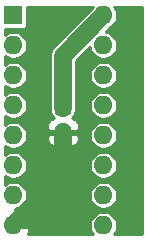
<source format=gbr>
G04 #@! TF.GenerationSoftware,KiCad,Pcbnew,(5.1.5)-3*
G04 #@! TF.CreationDate,2020-06-23T04:08:34-04:00*
G04 #@! TF.ProjectId,dip16soic,64697031-3673-46f6-9963-2e6b69636164,rev?*
G04 #@! TF.SameCoordinates,Original*
G04 #@! TF.FileFunction,Copper,L2,Bot*
G04 #@! TF.FilePolarity,Positive*
%FSLAX46Y46*%
G04 Gerber Fmt 4.6, Leading zero omitted, Abs format (unit mm)*
G04 Created by KiCad (PCBNEW (5.1.5)-3) date 2020-06-23 04:08:34*
%MOMM*%
%LPD*%
G04 APERTURE LIST*
%ADD10C,0.100000*%
%ADD11R,1.600000X1.600000*%
%ADD12O,1.600000X1.600000*%
%ADD13C,0.800000*%
%ADD14C,1.500000*%
%ADD15C,0.239000*%
G04 APERTURE END LIST*
G04 #@! TA.AperFunction,SMDPad,CuDef*
D10*
G36*
X111345505Y-78411204D02*
G01*
X111369773Y-78414804D01*
X111393572Y-78420765D01*
X111416671Y-78429030D01*
X111438850Y-78439520D01*
X111459893Y-78452132D01*
X111479599Y-78466747D01*
X111497777Y-78483223D01*
X111514253Y-78501401D01*
X111528868Y-78521107D01*
X111541480Y-78542150D01*
X111551970Y-78564329D01*
X111560235Y-78587428D01*
X111566196Y-78611227D01*
X111569796Y-78635495D01*
X111571000Y-78659999D01*
X111571000Y-79310001D01*
X111569796Y-79334505D01*
X111566196Y-79358773D01*
X111560235Y-79382572D01*
X111551970Y-79405671D01*
X111541480Y-79427850D01*
X111528868Y-79448893D01*
X111514253Y-79468599D01*
X111497777Y-79486777D01*
X111479599Y-79503253D01*
X111459893Y-79517868D01*
X111438850Y-79530480D01*
X111416671Y-79540970D01*
X111393572Y-79549235D01*
X111369773Y-79555196D01*
X111345505Y-79558796D01*
X111321001Y-79560000D01*
X110420999Y-79560000D01*
X110396495Y-79558796D01*
X110372227Y-79555196D01*
X110348428Y-79549235D01*
X110325329Y-79540970D01*
X110303150Y-79530480D01*
X110282107Y-79517868D01*
X110262401Y-79503253D01*
X110244223Y-79486777D01*
X110227747Y-79468599D01*
X110213132Y-79448893D01*
X110200520Y-79427850D01*
X110190030Y-79405671D01*
X110181765Y-79382572D01*
X110175804Y-79358773D01*
X110172204Y-79334505D01*
X110171000Y-79310001D01*
X110171000Y-78659999D01*
X110172204Y-78635495D01*
X110175804Y-78611227D01*
X110181765Y-78587428D01*
X110190030Y-78564329D01*
X110200520Y-78542150D01*
X110213132Y-78521107D01*
X110227747Y-78501401D01*
X110244223Y-78483223D01*
X110262401Y-78466747D01*
X110282107Y-78452132D01*
X110303150Y-78439520D01*
X110325329Y-78429030D01*
X110348428Y-78420765D01*
X110372227Y-78414804D01*
X110396495Y-78411204D01*
X110420999Y-78410000D01*
X111321001Y-78410000D01*
X111345505Y-78411204D01*
G37*
G04 #@! TD.AperFunction*
G04 #@! TA.AperFunction,SMDPad,CuDef*
G36*
X111345505Y-80461204D02*
G01*
X111369773Y-80464804D01*
X111393572Y-80470765D01*
X111416671Y-80479030D01*
X111438850Y-80489520D01*
X111459893Y-80502132D01*
X111479599Y-80516747D01*
X111497777Y-80533223D01*
X111514253Y-80551401D01*
X111528868Y-80571107D01*
X111541480Y-80592150D01*
X111551970Y-80614329D01*
X111560235Y-80637428D01*
X111566196Y-80661227D01*
X111569796Y-80685495D01*
X111571000Y-80709999D01*
X111571000Y-81360001D01*
X111569796Y-81384505D01*
X111566196Y-81408773D01*
X111560235Y-81432572D01*
X111551970Y-81455671D01*
X111541480Y-81477850D01*
X111528868Y-81498893D01*
X111514253Y-81518599D01*
X111497777Y-81536777D01*
X111479599Y-81553253D01*
X111459893Y-81567868D01*
X111438850Y-81580480D01*
X111416671Y-81590970D01*
X111393572Y-81599235D01*
X111369773Y-81605196D01*
X111345505Y-81608796D01*
X111321001Y-81610000D01*
X110420999Y-81610000D01*
X110396495Y-81608796D01*
X110372227Y-81605196D01*
X110348428Y-81599235D01*
X110325329Y-81590970D01*
X110303150Y-81580480D01*
X110282107Y-81567868D01*
X110262401Y-81553253D01*
X110244223Y-81536777D01*
X110227747Y-81518599D01*
X110213132Y-81498893D01*
X110200520Y-81477850D01*
X110190030Y-81455671D01*
X110181765Y-81432572D01*
X110175804Y-81408773D01*
X110172204Y-81384505D01*
X110171000Y-81360001D01*
X110171000Y-80709999D01*
X110172204Y-80685495D01*
X110175804Y-80661227D01*
X110181765Y-80637428D01*
X110190030Y-80614329D01*
X110200520Y-80592150D01*
X110213132Y-80571107D01*
X110227747Y-80551401D01*
X110244223Y-80533223D01*
X110262401Y-80516747D01*
X110282107Y-80502132D01*
X110303150Y-80489520D01*
X110325329Y-80479030D01*
X110348428Y-80470765D01*
X110372227Y-80464804D01*
X110396495Y-80461204D01*
X110420999Y-80460000D01*
X111321001Y-80460000D01*
X111345505Y-80461204D01*
G37*
G04 #@! TD.AperFunction*
D11*
X106680000Y-71120000D03*
D12*
X114300000Y-88900000D03*
X106680000Y-73660000D03*
X114300000Y-86360000D03*
X106680000Y-76200000D03*
X114300000Y-83820000D03*
X106680000Y-78740000D03*
X114300000Y-81280000D03*
X106680000Y-81280000D03*
X114300000Y-78740000D03*
X106680000Y-83820000D03*
X114300000Y-76200000D03*
X106680000Y-86360000D03*
X114300000Y-73660000D03*
X106680000Y-88900000D03*
X114300000Y-71120000D03*
D13*
X110617000Y-71882000D03*
X108458000Y-73787000D03*
X108458000Y-76708000D03*
X108458000Y-80010000D03*
X108458000Y-83312000D03*
X110998000Y-88011000D03*
X117094000Y-89154000D03*
X117094000Y-70866000D03*
D14*
X110871000Y-74549000D02*
X114300000Y-71120000D01*
X110871000Y-78985000D02*
X110871000Y-74549000D01*
X110871000Y-84709000D02*
X110871000Y-81035000D01*
X106680000Y-88900000D02*
X110871000Y-84709000D01*
D15*
G36*
X113273351Y-70571245D02*
G01*
X113267872Y-70584472D01*
X110125679Y-73726667D01*
X110083381Y-73761380D01*
X109970006Y-73899528D01*
X109944857Y-73930172D01*
X109841925Y-74122744D01*
X109778540Y-74331697D01*
X109757138Y-74549000D01*
X109762501Y-74603452D01*
X109762500Y-79039449D01*
X109778540Y-79202303D01*
X109810766Y-79308538D01*
X109810766Y-79310001D01*
X109822491Y-79429052D01*
X109857217Y-79543527D01*
X109913609Y-79649028D01*
X109989499Y-79741501D01*
X110081972Y-79817391D01*
X110114897Y-79834990D01*
X110047989Y-79841580D01*
X109929704Y-79877461D01*
X109820693Y-79935728D01*
X109725144Y-80014144D01*
X109646728Y-80109693D01*
X109588461Y-80218704D01*
X109552580Y-80336989D01*
X109540464Y-80460000D01*
X109543500Y-80743625D01*
X109700375Y-80900500D01*
X110736500Y-80900500D01*
X110736500Y-80880500D01*
X111005500Y-80880500D01*
X111005500Y-80900500D01*
X112041625Y-80900500D01*
X112198500Y-80743625D01*
X112201536Y-80460000D01*
X112189420Y-80336989D01*
X112153539Y-80218704D01*
X112095272Y-80109693D01*
X112016856Y-80014144D01*
X111921307Y-79935728D01*
X111812296Y-79877461D01*
X111694011Y-79841580D01*
X111627103Y-79834990D01*
X111660028Y-79817391D01*
X111752501Y-79741501D01*
X111828391Y-79649028D01*
X111884783Y-79543527D01*
X111919509Y-79429052D01*
X111931234Y-79310001D01*
X111931234Y-79308539D01*
X111963460Y-79202304D01*
X111979500Y-79039450D01*
X111979500Y-78625898D01*
X113141500Y-78625898D01*
X113141500Y-78854102D01*
X113186021Y-79077922D01*
X113273351Y-79288755D01*
X113400135Y-79478500D01*
X113561500Y-79639865D01*
X113751245Y-79766649D01*
X113962078Y-79853979D01*
X114185898Y-79898500D01*
X114414102Y-79898500D01*
X114637922Y-79853979D01*
X114848755Y-79766649D01*
X115038500Y-79639865D01*
X115199865Y-79478500D01*
X115326649Y-79288755D01*
X115413979Y-79077922D01*
X115458500Y-78854102D01*
X115458500Y-78625898D01*
X115413979Y-78402078D01*
X115326649Y-78191245D01*
X115199865Y-78001500D01*
X115038500Y-77840135D01*
X114848755Y-77713351D01*
X114637922Y-77626021D01*
X114414102Y-77581500D01*
X114185898Y-77581500D01*
X113962078Y-77626021D01*
X113751245Y-77713351D01*
X113561500Y-77840135D01*
X113400135Y-78001500D01*
X113273351Y-78191245D01*
X113186021Y-78402078D01*
X113141500Y-78625898D01*
X111979500Y-78625898D01*
X111979500Y-76085898D01*
X113141500Y-76085898D01*
X113141500Y-76314102D01*
X113186021Y-76537922D01*
X113273351Y-76748755D01*
X113400135Y-76938500D01*
X113561500Y-77099865D01*
X113751245Y-77226649D01*
X113962078Y-77313979D01*
X114185898Y-77358500D01*
X114414102Y-77358500D01*
X114637922Y-77313979D01*
X114848755Y-77226649D01*
X115038500Y-77099865D01*
X115199865Y-76938500D01*
X115326649Y-76748755D01*
X115413979Y-76537922D01*
X115458500Y-76314102D01*
X115458500Y-76085898D01*
X115413979Y-75862078D01*
X115326649Y-75651245D01*
X115199865Y-75461500D01*
X115038500Y-75300135D01*
X114848755Y-75173351D01*
X114637922Y-75086021D01*
X114414102Y-75041500D01*
X114185898Y-75041500D01*
X113962078Y-75086021D01*
X113751245Y-75173351D01*
X113561500Y-75300135D01*
X113400135Y-75461500D01*
X113273351Y-75651245D01*
X113186021Y-75862078D01*
X113141500Y-76085898D01*
X111979500Y-76085898D01*
X111979500Y-75008154D01*
X113153454Y-73834200D01*
X113186021Y-73997922D01*
X113273351Y-74208755D01*
X113400135Y-74398500D01*
X113561500Y-74559865D01*
X113751245Y-74686649D01*
X113962078Y-74773979D01*
X114185898Y-74818500D01*
X114414102Y-74818500D01*
X114637922Y-74773979D01*
X114848755Y-74686649D01*
X115038500Y-74559865D01*
X115199865Y-74398500D01*
X115326649Y-74208755D01*
X115413979Y-73997922D01*
X115458500Y-73774102D01*
X115458500Y-73545898D01*
X115413979Y-73322078D01*
X115326649Y-73111245D01*
X115199865Y-72921500D01*
X115038500Y-72760135D01*
X114848755Y-72633351D01*
X114637922Y-72546021D01*
X114474201Y-72513455D01*
X114835528Y-72152128D01*
X114848755Y-72146649D01*
X115038500Y-72019865D01*
X115199865Y-71858500D01*
X115326649Y-71668755D01*
X115413979Y-71457922D01*
X115458500Y-71234102D01*
X115458500Y-71005898D01*
X115413979Y-70782078D01*
X115326649Y-70571245D01*
X115209220Y-70395500D01*
X117564501Y-70395500D01*
X117564500Y-89624500D01*
X115209220Y-89624500D01*
X115326649Y-89448755D01*
X115413979Y-89237922D01*
X115458500Y-89014102D01*
X115458500Y-88785898D01*
X115413979Y-88562078D01*
X115326649Y-88351245D01*
X115199865Y-88161500D01*
X115038500Y-88000135D01*
X114848755Y-87873351D01*
X114637922Y-87786021D01*
X114414102Y-87741500D01*
X114185898Y-87741500D01*
X113962078Y-87786021D01*
X113751245Y-87873351D01*
X113561500Y-88000135D01*
X113400135Y-88161500D01*
X113273351Y-88351245D01*
X113186021Y-88562078D01*
X113141500Y-88785898D01*
X113141500Y-89014102D01*
X113186021Y-89237922D01*
X113273351Y-89448755D01*
X113390780Y-89624500D01*
X107909738Y-89624500D01*
X108026922Y-89372836D01*
X108062613Y-89255161D01*
X107943486Y-89034500D01*
X106814500Y-89034500D01*
X106814500Y-89054500D01*
X106545500Y-89054500D01*
X106545500Y-89034500D01*
X106525500Y-89034500D01*
X106525500Y-88765500D01*
X106545500Y-88765500D01*
X106545500Y-88745500D01*
X106814500Y-88745500D01*
X106814500Y-88765500D01*
X107943486Y-88765500D01*
X108062613Y-88544839D01*
X108026922Y-88427164D01*
X107908796Y-88173478D01*
X107743448Y-87947712D01*
X107537232Y-87758542D01*
X107298073Y-87613237D01*
X107035162Y-87517382D01*
X106814502Y-87635719D01*
X106814502Y-87514442D01*
X107017922Y-87473979D01*
X107228755Y-87386649D01*
X107418500Y-87259865D01*
X107579865Y-87098500D01*
X107706649Y-86908755D01*
X107793979Y-86697922D01*
X107838500Y-86474102D01*
X107838500Y-86245898D01*
X113141500Y-86245898D01*
X113141500Y-86474102D01*
X113186021Y-86697922D01*
X113273351Y-86908755D01*
X113400135Y-87098500D01*
X113561500Y-87259865D01*
X113751245Y-87386649D01*
X113962078Y-87473979D01*
X114185898Y-87518500D01*
X114414102Y-87518500D01*
X114637922Y-87473979D01*
X114848755Y-87386649D01*
X115038500Y-87259865D01*
X115199865Y-87098500D01*
X115326649Y-86908755D01*
X115413979Y-86697922D01*
X115458500Y-86474102D01*
X115458500Y-86245898D01*
X115413979Y-86022078D01*
X115326649Y-85811245D01*
X115199865Y-85621500D01*
X115038500Y-85460135D01*
X114848755Y-85333351D01*
X114637922Y-85246021D01*
X114414102Y-85201500D01*
X114185898Y-85201500D01*
X113962078Y-85246021D01*
X113751245Y-85333351D01*
X113561500Y-85460135D01*
X113400135Y-85621500D01*
X113273351Y-85811245D01*
X113186021Y-86022078D01*
X113141500Y-86245898D01*
X107838500Y-86245898D01*
X107793979Y-86022078D01*
X107706649Y-85811245D01*
X107579865Y-85621500D01*
X107418500Y-85460135D01*
X107228755Y-85333351D01*
X107017922Y-85246021D01*
X106794102Y-85201500D01*
X106565898Y-85201500D01*
X106342078Y-85246021D01*
X106131245Y-85333351D01*
X105955500Y-85450780D01*
X105955500Y-84729220D01*
X106131245Y-84846649D01*
X106342078Y-84933979D01*
X106565898Y-84978500D01*
X106794102Y-84978500D01*
X107017922Y-84933979D01*
X107228755Y-84846649D01*
X107418500Y-84719865D01*
X107579865Y-84558500D01*
X107706649Y-84368755D01*
X107793979Y-84157922D01*
X107838500Y-83934102D01*
X107838500Y-83705898D01*
X113141500Y-83705898D01*
X113141500Y-83934102D01*
X113186021Y-84157922D01*
X113273351Y-84368755D01*
X113400135Y-84558500D01*
X113561500Y-84719865D01*
X113751245Y-84846649D01*
X113962078Y-84933979D01*
X114185898Y-84978500D01*
X114414102Y-84978500D01*
X114637922Y-84933979D01*
X114848755Y-84846649D01*
X115038500Y-84719865D01*
X115199865Y-84558500D01*
X115326649Y-84368755D01*
X115413979Y-84157922D01*
X115458500Y-83934102D01*
X115458500Y-83705898D01*
X115413979Y-83482078D01*
X115326649Y-83271245D01*
X115199865Y-83081500D01*
X115038500Y-82920135D01*
X114848755Y-82793351D01*
X114637922Y-82706021D01*
X114414102Y-82661500D01*
X114185898Y-82661500D01*
X113962078Y-82706021D01*
X113751245Y-82793351D01*
X113561500Y-82920135D01*
X113400135Y-83081500D01*
X113273351Y-83271245D01*
X113186021Y-83482078D01*
X113141500Y-83705898D01*
X107838500Y-83705898D01*
X107793979Y-83482078D01*
X107706649Y-83271245D01*
X107579865Y-83081500D01*
X107418500Y-82920135D01*
X107228755Y-82793351D01*
X107017922Y-82706021D01*
X106794102Y-82661500D01*
X106565898Y-82661500D01*
X106342078Y-82706021D01*
X106131245Y-82793351D01*
X105955500Y-82910780D01*
X105955500Y-82189220D01*
X106131245Y-82306649D01*
X106342078Y-82393979D01*
X106565898Y-82438500D01*
X106794102Y-82438500D01*
X107017922Y-82393979D01*
X107228755Y-82306649D01*
X107418500Y-82179865D01*
X107579865Y-82018500D01*
X107706649Y-81828755D01*
X107793979Y-81617922D01*
X107795554Y-81610000D01*
X109540464Y-81610000D01*
X109552580Y-81733011D01*
X109588461Y-81851296D01*
X109646728Y-81960307D01*
X109725144Y-82055856D01*
X109820693Y-82134272D01*
X109929704Y-82192539D01*
X110047989Y-82228420D01*
X110171000Y-82240536D01*
X110579625Y-82237500D01*
X110736500Y-82080625D01*
X110736500Y-81169500D01*
X111005500Y-81169500D01*
X111005500Y-82080625D01*
X111162375Y-82237500D01*
X111571000Y-82240536D01*
X111694011Y-82228420D01*
X111812296Y-82192539D01*
X111921307Y-82134272D01*
X112016856Y-82055856D01*
X112095272Y-81960307D01*
X112153539Y-81851296D01*
X112189420Y-81733011D01*
X112201536Y-81610000D01*
X112198500Y-81326375D01*
X112041625Y-81169500D01*
X111005500Y-81169500D01*
X110736500Y-81169500D01*
X109700375Y-81169500D01*
X109543500Y-81326375D01*
X109540464Y-81610000D01*
X107795554Y-81610000D01*
X107838500Y-81394102D01*
X107838500Y-81165898D01*
X113141500Y-81165898D01*
X113141500Y-81394102D01*
X113186021Y-81617922D01*
X113273351Y-81828755D01*
X113400135Y-82018500D01*
X113561500Y-82179865D01*
X113751245Y-82306649D01*
X113962078Y-82393979D01*
X114185898Y-82438500D01*
X114414102Y-82438500D01*
X114637922Y-82393979D01*
X114848755Y-82306649D01*
X115038500Y-82179865D01*
X115199865Y-82018500D01*
X115326649Y-81828755D01*
X115413979Y-81617922D01*
X115458500Y-81394102D01*
X115458500Y-81165898D01*
X115413979Y-80942078D01*
X115326649Y-80731245D01*
X115199865Y-80541500D01*
X115038500Y-80380135D01*
X114848755Y-80253351D01*
X114637922Y-80166021D01*
X114414102Y-80121500D01*
X114185898Y-80121500D01*
X113962078Y-80166021D01*
X113751245Y-80253351D01*
X113561500Y-80380135D01*
X113400135Y-80541500D01*
X113273351Y-80731245D01*
X113186021Y-80942078D01*
X113141500Y-81165898D01*
X107838500Y-81165898D01*
X107793979Y-80942078D01*
X107706649Y-80731245D01*
X107579865Y-80541500D01*
X107418500Y-80380135D01*
X107228755Y-80253351D01*
X107017922Y-80166021D01*
X106794102Y-80121500D01*
X106565898Y-80121500D01*
X106342078Y-80166021D01*
X106131245Y-80253351D01*
X105955500Y-80370780D01*
X105955500Y-79649220D01*
X106131245Y-79766649D01*
X106342078Y-79853979D01*
X106565898Y-79898500D01*
X106794102Y-79898500D01*
X107017922Y-79853979D01*
X107228755Y-79766649D01*
X107418500Y-79639865D01*
X107579865Y-79478500D01*
X107706649Y-79288755D01*
X107793979Y-79077922D01*
X107838500Y-78854102D01*
X107838500Y-78625898D01*
X107793979Y-78402078D01*
X107706649Y-78191245D01*
X107579865Y-78001500D01*
X107418500Y-77840135D01*
X107228755Y-77713351D01*
X107017922Y-77626021D01*
X106794102Y-77581500D01*
X106565898Y-77581500D01*
X106342078Y-77626021D01*
X106131245Y-77713351D01*
X105955500Y-77830780D01*
X105955500Y-77109220D01*
X106131245Y-77226649D01*
X106342078Y-77313979D01*
X106565898Y-77358500D01*
X106794102Y-77358500D01*
X107017922Y-77313979D01*
X107228755Y-77226649D01*
X107418500Y-77099865D01*
X107579865Y-76938500D01*
X107706649Y-76748755D01*
X107793979Y-76537922D01*
X107838500Y-76314102D01*
X107838500Y-76085898D01*
X107793979Y-75862078D01*
X107706649Y-75651245D01*
X107579865Y-75461500D01*
X107418500Y-75300135D01*
X107228755Y-75173351D01*
X107017922Y-75086021D01*
X106794102Y-75041500D01*
X106565898Y-75041500D01*
X106342078Y-75086021D01*
X106131245Y-75173351D01*
X105955500Y-75290780D01*
X105955500Y-74569220D01*
X106131245Y-74686649D01*
X106342078Y-74773979D01*
X106565898Y-74818500D01*
X106794102Y-74818500D01*
X107017922Y-74773979D01*
X107228755Y-74686649D01*
X107418500Y-74559865D01*
X107579865Y-74398500D01*
X107706649Y-74208755D01*
X107793979Y-73997922D01*
X107838500Y-73774102D01*
X107838500Y-73545898D01*
X107793979Y-73322078D01*
X107706649Y-73111245D01*
X107579865Y-72921500D01*
X107418500Y-72760135D01*
X107228755Y-72633351D01*
X107017922Y-72546021D01*
X106794102Y-72501500D01*
X106565898Y-72501500D01*
X106342078Y-72546021D01*
X106131245Y-72633351D01*
X105955500Y-72750780D01*
X105955500Y-72280234D01*
X107480000Y-72280234D01*
X107550278Y-72273312D01*
X107617856Y-72252813D01*
X107680135Y-72219524D01*
X107734724Y-72174724D01*
X107779524Y-72120135D01*
X107812813Y-72057856D01*
X107833312Y-71990278D01*
X107840234Y-71920000D01*
X107840234Y-70395500D01*
X113390780Y-70395500D01*
X113273351Y-70571245D01*
G37*
X113273351Y-70571245D02*
X113267872Y-70584472D01*
X110125679Y-73726667D01*
X110083381Y-73761380D01*
X109970006Y-73899528D01*
X109944857Y-73930172D01*
X109841925Y-74122744D01*
X109778540Y-74331697D01*
X109757138Y-74549000D01*
X109762501Y-74603452D01*
X109762500Y-79039449D01*
X109778540Y-79202303D01*
X109810766Y-79308538D01*
X109810766Y-79310001D01*
X109822491Y-79429052D01*
X109857217Y-79543527D01*
X109913609Y-79649028D01*
X109989499Y-79741501D01*
X110081972Y-79817391D01*
X110114897Y-79834990D01*
X110047989Y-79841580D01*
X109929704Y-79877461D01*
X109820693Y-79935728D01*
X109725144Y-80014144D01*
X109646728Y-80109693D01*
X109588461Y-80218704D01*
X109552580Y-80336989D01*
X109540464Y-80460000D01*
X109543500Y-80743625D01*
X109700375Y-80900500D01*
X110736500Y-80900500D01*
X110736500Y-80880500D01*
X111005500Y-80880500D01*
X111005500Y-80900500D01*
X112041625Y-80900500D01*
X112198500Y-80743625D01*
X112201536Y-80460000D01*
X112189420Y-80336989D01*
X112153539Y-80218704D01*
X112095272Y-80109693D01*
X112016856Y-80014144D01*
X111921307Y-79935728D01*
X111812296Y-79877461D01*
X111694011Y-79841580D01*
X111627103Y-79834990D01*
X111660028Y-79817391D01*
X111752501Y-79741501D01*
X111828391Y-79649028D01*
X111884783Y-79543527D01*
X111919509Y-79429052D01*
X111931234Y-79310001D01*
X111931234Y-79308539D01*
X111963460Y-79202304D01*
X111979500Y-79039450D01*
X111979500Y-78625898D01*
X113141500Y-78625898D01*
X113141500Y-78854102D01*
X113186021Y-79077922D01*
X113273351Y-79288755D01*
X113400135Y-79478500D01*
X113561500Y-79639865D01*
X113751245Y-79766649D01*
X113962078Y-79853979D01*
X114185898Y-79898500D01*
X114414102Y-79898500D01*
X114637922Y-79853979D01*
X114848755Y-79766649D01*
X115038500Y-79639865D01*
X115199865Y-79478500D01*
X115326649Y-79288755D01*
X115413979Y-79077922D01*
X115458500Y-78854102D01*
X115458500Y-78625898D01*
X115413979Y-78402078D01*
X115326649Y-78191245D01*
X115199865Y-78001500D01*
X115038500Y-77840135D01*
X114848755Y-77713351D01*
X114637922Y-77626021D01*
X114414102Y-77581500D01*
X114185898Y-77581500D01*
X113962078Y-77626021D01*
X113751245Y-77713351D01*
X113561500Y-77840135D01*
X113400135Y-78001500D01*
X113273351Y-78191245D01*
X113186021Y-78402078D01*
X113141500Y-78625898D01*
X111979500Y-78625898D01*
X111979500Y-76085898D01*
X113141500Y-76085898D01*
X113141500Y-76314102D01*
X113186021Y-76537922D01*
X113273351Y-76748755D01*
X113400135Y-76938500D01*
X113561500Y-77099865D01*
X113751245Y-77226649D01*
X113962078Y-77313979D01*
X114185898Y-77358500D01*
X114414102Y-77358500D01*
X114637922Y-77313979D01*
X114848755Y-77226649D01*
X115038500Y-77099865D01*
X115199865Y-76938500D01*
X115326649Y-76748755D01*
X115413979Y-76537922D01*
X115458500Y-76314102D01*
X115458500Y-76085898D01*
X115413979Y-75862078D01*
X115326649Y-75651245D01*
X115199865Y-75461500D01*
X115038500Y-75300135D01*
X114848755Y-75173351D01*
X114637922Y-75086021D01*
X114414102Y-75041500D01*
X114185898Y-75041500D01*
X113962078Y-75086021D01*
X113751245Y-75173351D01*
X113561500Y-75300135D01*
X113400135Y-75461500D01*
X113273351Y-75651245D01*
X113186021Y-75862078D01*
X113141500Y-76085898D01*
X111979500Y-76085898D01*
X111979500Y-75008154D01*
X113153454Y-73834200D01*
X113186021Y-73997922D01*
X113273351Y-74208755D01*
X113400135Y-74398500D01*
X113561500Y-74559865D01*
X113751245Y-74686649D01*
X113962078Y-74773979D01*
X114185898Y-74818500D01*
X114414102Y-74818500D01*
X114637922Y-74773979D01*
X114848755Y-74686649D01*
X115038500Y-74559865D01*
X115199865Y-74398500D01*
X115326649Y-74208755D01*
X115413979Y-73997922D01*
X115458500Y-73774102D01*
X115458500Y-73545898D01*
X115413979Y-73322078D01*
X115326649Y-73111245D01*
X115199865Y-72921500D01*
X115038500Y-72760135D01*
X114848755Y-72633351D01*
X114637922Y-72546021D01*
X114474201Y-72513455D01*
X114835528Y-72152128D01*
X114848755Y-72146649D01*
X115038500Y-72019865D01*
X115199865Y-71858500D01*
X115326649Y-71668755D01*
X115413979Y-71457922D01*
X115458500Y-71234102D01*
X115458500Y-71005898D01*
X115413979Y-70782078D01*
X115326649Y-70571245D01*
X115209220Y-70395500D01*
X117564501Y-70395500D01*
X117564500Y-89624500D01*
X115209220Y-89624500D01*
X115326649Y-89448755D01*
X115413979Y-89237922D01*
X115458500Y-89014102D01*
X115458500Y-88785898D01*
X115413979Y-88562078D01*
X115326649Y-88351245D01*
X115199865Y-88161500D01*
X115038500Y-88000135D01*
X114848755Y-87873351D01*
X114637922Y-87786021D01*
X114414102Y-87741500D01*
X114185898Y-87741500D01*
X113962078Y-87786021D01*
X113751245Y-87873351D01*
X113561500Y-88000135D01*
X113400135Y-88161500D01*
X113273351Y-88351245D01*
X113186021Y-88562078D01*
X113141500Y-88785898D01*
X113141500Y-89014102D01*
X113186021Y-89237922D01*
X113273351Y-89448755D01*
X113390780Y-89624500D01*
X107909738Y-89624500D01*
X108026922Y-89372836D01*
X108062613Y-89255161D01*
X107943486Y-89034500D01*
X106814500Y-89034500D01*
X106814500Y-89054500D01*
X106545500Y-89054500D01*
X106545500Y-89034500D01*
X106525500Y-89034500D01*
X106525500Y-88765500D01*
X106545500Y-88765500D01*
X106545500Y-88745500D01*
X106814500Y-88745500D01*
X106814500Y-88765500D01*
X107943486Y-88765500D01*
X108062613Y-88544839D01*
X108026922Y-88427164D01*
X107908796Y-88173478D01*
X107743448Y-87947712D01*
X107537232Y-87758542D01*
X107298073Y-87613237D01*
X107035162Y-87517382D01*
X106814502Y-87635719D01*
X106814502Y-87514442D01*
X107017922Y-87473979D01*
X107228755Y-87386649D01*
X107418500Y-87259865D01*
X107579865Y-87098500D01*
X107706649Y-86908755D01*
X107793979Y-86697922D01*
X107838500Y-86474102D01*
X107838500Y-86245898D01*
X113141500Y-86245898D01*
X113141500Y-86474102D01*
X113186021Y-86697922D01*
X113273351Y-86908755D01*
X113400135Y-87098500D01*
X113561500Y-87259865D01*
X113751245Y-87386649D01*
X113962078Y-87473979D01*
X114185898Y-87518500D01*
X114414102Y-87518500D01*
X114637922Y-87473979D01*
X114848755Y-87386649D01*
X115038500Y-87259865D01*
X115199865Y-87098500D01*
X115326649Y-86908755D01*
X115413979Y-86697922D01*
X115458500Y-86474102D01*
X115458500Y-86245898D01*
X115413979Y-86022078D01*
X115326649Y-85811245D01*
X115199865Y-85621500D01*
X115038500Y-85460135D01*
X114848755Y-85333351D01*
X114637922Y-85246021D01*
X114414102Y-85201500D01*
X114185898Y-85201500D01*
X113962078Y-85246021D01*
X113751245Y-85333351D01*
X113561500Y-85460135D01*
X113400135Y-85621500D01*
X113273351Y-85811245D01*
X113186021Y-86022078D01*
X113141500Y-86245898D01*
X107838500Y-86245898D01*
X107793979Y-86022078D01*
X107706649Y-85811245D01*
X107579865Y-85621500D01*
X107418500Y-85460135D01*
X107228755Y-85333351D01*
X107017922Y-85246021D01*
X106794102Y-85201500D01*
X106565898Y-85201500D01*
X106342078Y-85246021D01*
X106131245Y-85333351D01*
X105955500Y-85450780D01*
X105955500Y-84729220D01*
X106131245Y-84846649D01*
X106342078Y-84933979D01*
X106565898Y-84978500D01*
X106794102Y-84978500D01*
X107017922Y-84933979D01*
X107228755Y-84846649D01*
X107418500Y-84719865D01*
X107579865Y-84558500D01*
X107706649Y-84368755D01*
X107793979Y-84157922D01*
X107838500Y-83934102D01*
X107838500Y-83705898D01*
X113141500Y-83705898D01*
X113141500Y-83934102D01*
X113186021Y-84157922D01*
X113273351Y-84368755D01*
X113400135Y-84558500D01*
X113561500Y-84719865D01*
X113751245Y-84846649D01*
X113962078Y-84933979D01*
X114185898Y-84978500D01*
X114414102Y-84978500D01*
X114637922Y-84933979D01*
X114848755Y-84846649D01*
X115038500Y-84719865D01*
X115199865Y-84558500D01*
X115326649Y-84368755D01*
X115413979Y-84157922D01*
X115458500Y-83934102D01*
X115458500Y-83705898D01*
X115413979Y-83482078D01*
X115326649Y-83271245D01*
X115199865Y-83081500D01*
X115038500Y-82920135D01*
X114848755Y-82793351D01*
X114637922Y-82706021D01*
X114414102Y-82661500D01*
X114185898Y-82661500D01*
X113962078Y-82706021D01*
X113751245Y-82793351D01*
X113561500Y-82920135D01*
X113400135Y-83081500D01*
X113273351Y-83271245D01*
X113186021Y-83482078D01*
X113141500Y-83705898D01*
X107838500Y-83705898D01*
X107793979Y-83482078D01*
X107706649Y-83271245D01*
X107579865Y-83081500D01*
X107418500Y-82920135D01*
X107228755Y-82793351D01*
X107017922Y-82706021D01*
X106794102Y-82661500D01*
X106565898Y-82661500D01*
X106342078Y-82706021D01*
X106131245Y-82793351D01*
X105955500Y-82910780D01*
X105955500Y-82189220D01*
X106131245Y-82306649D01*
X106342078Y-82393979D01*
X106565898Y-82438500D01*
X106794102Y-82438500D01*
X107017922Y-82393979D01*
X107228755Y-82306649D01*
X107418500Y-82179865D01*
X107579865Y-82018500D01*
X107706649Y-81828755D01*
X107793979Y-81617922D01*
X107795554Y-81610000D01*
X109540464Y-81610000D01*
X109552580Y-81733011D01*
X109588461Y-81851296D01*
X109646728Y-81960307D01*
X109725144Y-82055856D01*
X109820693Y-82134272D01*
X109929704Y-82192539D01*
X110047989Y-82228420D01*
X110171000Y-82240536D01*
X110579625Y-82237500D01*
X110736500Y-82080625D01*
X110736500Y-81169500D01*
X111005500Y-81169500D01*
X111005500Y-82080625D01*
X111162375Y-82237500D01*
X111571000Y-82240536D01*
X111694011Y-82228420D01*
X111812296Y-82192539D01*
X111921307Y-82134272D01*
X112016856Y-82055856D01*
X112095272Y-81960307D01*
X112153539Y-81851296D01*
X112189420Y-81733011D01*
X112201536Y-81610000D01*
X112198500Y-81326375D01*
X112041625Y-81169500D01*
X111005500Y-81169500D01*
X110736500Y-81169500D01*
X109700375Y-81169500D01*
X109543500Y-81326375D01*
X109540464Y-81610000D01*
X107795554Y-81610000D01*
X107838500Y-81394102D01*
X107838500Y-81165898D01*
X113141500Y-81165898D01*
X113141500Y-81394102D01*
X113186021Y-81617922D01*
X113273351Y-81828755D01*
X113400135Y-82018500D01*
X113561500Y-82179865D01*
X113751245Y-82306649D01*
X113962078Y-82393979D01*
X114185898Y-82438500D01*
X114414102Y-82438500D01*
X114637922Y-82393979D01*
X114848755Y-82306649D01*
X115038500Y-82179865D01*
X115199865Y-82018500D01*
X115326649Y-81828755D01*
X115413979Y-81617922D01*
X115458500Y-81394102D01*
X115458500Y-81165898D01*
X115413979Y-80942078D01*
X115326649Y-80731245D01*
X115199865Y-80541500D01*
X115038500Y-80380135D01*
X114848755Y-80253351D01*
X114637922Y-80166021D01*
X114414102Y-80121500D01*
X114185898Y-80121500D01*
X113962078Y-80166021D01*
X113751245Y-80253351D01*
X113561500Y-80380135D01*
X113400135Y-80541500D01*
X113273351Y-80731245D01*
X113186021Y-80942078D01*
X113141500Y-81165898D01*
X107838500Y-81165898D01*
X107793979Y-80942078D01*
X107706649Y-80731245D01*
X107579865Y-80541500D01*
X107418500Y-80380135D01*
X107228755Y-80253351D01*
X107017922Y-80166021D01*
X106794102Y-80121500D01*
X106565898Y-80121500D01*
X106342078Y-80166021D01*
X106131245Y-80253351D01*
X105955500Y-80370780D01*
X105955500Y-79649220D01*
X106131245Y-79766649D01*
X106342078Y-79853979D01*
X106565898Y-79898500D01*
X106794102Y-79898500D01*
X107017922Y-79853979D01*
X107228755Y-79766649D01*
X107418500Y-79639865D01*
X107579865Y-79478500D01*
X107706649Y-79288755D01*
X107793979Y-79077922D01*
X107838500Y-78854102D01*
X107838500Y-78625898D01*
X107793979Y-78402078D01*
X107706649Y-78191245D01*
X107579865Y-78001500D01*
X107418500Y-77840135D01*
X107228755Y-77713351D01*
X107017922Y-77626021D01*
X106794102Y-77581500D01*
X106565898Y-77581500D01*
X106342078Y-77626021D01*
X106131245Y-77713351D01*
X105955500Y-77830780D01*
X105955500Y-77109220D01*
X106131245Y-77226649D01*
X106342078Y-77313979D01*
X106565898Y-77358500D01*
X106794102Y-77358500D01*
X107017922Y-77313979D01*
X107228755Y-77226649D01*
X107418500Y-77099865D01*
X107579865Y-76938500D01*
X107706649Y-76748755D01*
X107793979Y-76537922D01*
X107838500Y-76314102D01*
X107838500Y-76085898D01*
X107793979Y-75862078D01*
X107706649Y-75651245D01*
X107579865Y-75461500D01*
X107418500Y-75300135D01*
X107228755Y-75173351D01*
X107017922Y-75086021D01*
X106794102Y-75041500D01*
X106565898Y-75041500D01*
X106342078Y-75086021D01*
X106131245Y-75173351D01*
X105955500Y-75290780D01*
X105955500Y-74569220D01*
X106131245Y-74686649D01*
X106342078Y-74773979D01*
X106565898Y-74818500D01*
X106794102Y-74818500D01*
X107017922Y-74773979D01*
X107228755Y-74686649D01*
X107418500Y-74559865D01*
X107579865Y-74398500D01*
X107706649Y-74208755D01*
X107793979Y-73997922D01*
X107838500Y-73774102D01*
X107838500Y-73545898D01*
X107793979Y-73322078D01*
X107706649Y-73111245D01*
X107579865Y-72921500D01*
X107418500Y-72760135D01*
X107228755Y-72633351D01*
X107017922Y-72546021D01*
X106794102Y-72501500D01*
X106565898Y-72501500D01*
X106342078Y-72546021D01*
X106131245Y-72633351D01*
X105955500Y-72750780D01*
X105955500Y-72280234D01*
X107480000Y-72280234D01*
X107550278Y-72273312D01*
X107617856Y-72252813D01*
X107680135Y-72219524D01*
X107734724Y-72174724D01*
X107779524Y-72120135D01*
X107812813Y-72057856D01*
X107833312Y-71990278D01*
X107840234Y-71920000D01*
X107840234Y-70395500D01*
X113390780Y-70395500D01*
X113273351Y-70571245D01*
M02*

</source>
